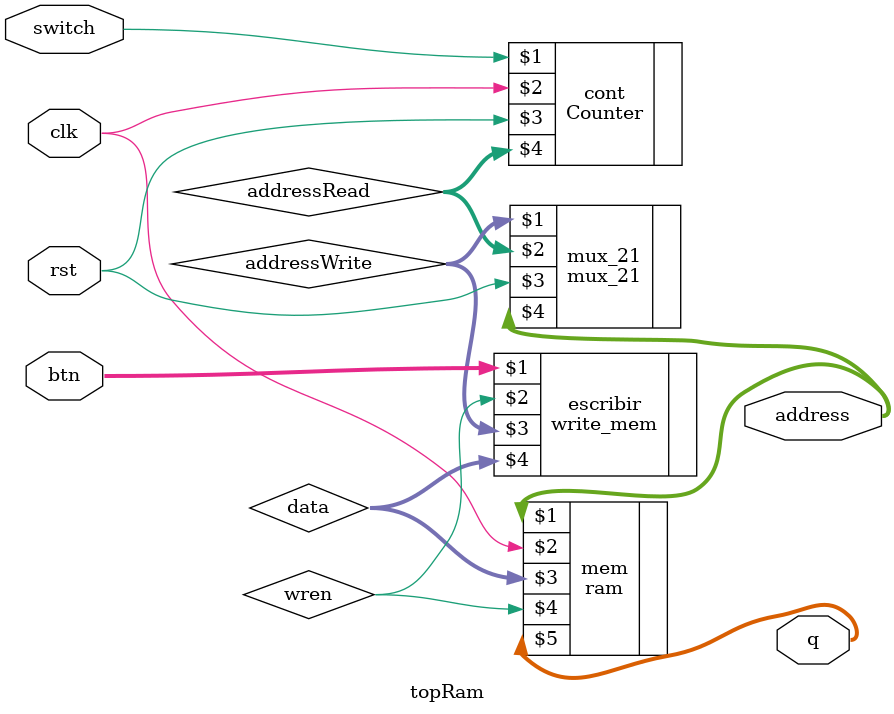
<source format=sv>

module topRam(input logic clk, rst, switch,
				  input logic [2:0] btn,
				  output [31:0] q,
				  output [15:0] address);
				  
logic wren;
logic [31:0] data; 
logic [15:0] addressRead, addressWrite;

ram mem(address, clk, data, wren, q);
Counter cont(switch, clk, rst, addressRead);
write_mem escribir(btn, wren, addressWrite, data);
mux_21 mux_21(addressWrite, addressRead, rst, address);


endmodule

</source>
